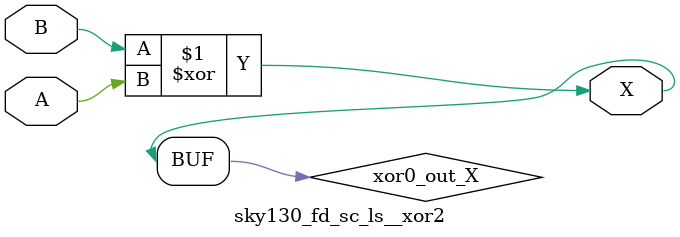
<source format=v>
/*
 * Copyright 2020 The SkyWater PDK Authors
 *
 * Licensed under the Apache License, Version 2.0 (the "License");
 * you may not use this file except in compliance with the License.
 * You may obtain a copy of the License at
 *
 *     https://www.apache.org/licenses/LICENSE-2.0
 *
 * Unless required by applicable law or agreed to in writing, software
 * distributed under the License is distributed on an "AS IS" BASIS,
 * WITHOUT WARRANTIES OR CONDITIONS OF ANY KIND, either express or implied.
 * See the License for the specific language governing permissions and
 * limitations under the License.
 *
 * SPDX-License-Identifier: Apache-2.0
*/


`ifndef SKY130_FD_SC_LS__XOR2_FUNCTIONAL_V
`define SKY130_FD_SC_LS__XOR2_FUNCTIONAL_V

/**
 * xor2: 2-input exclusive OR.
 *
 *       X = A ^ B
 *
 * Verilog simulation functional model.
 */

`timescale 1ns / 1ps
`default_nettype none

`celldefine
module sky130_fd_sc_ls__xor2 (
    X,
    A,
    B
);

    // Module ports
    output X;
    input  A;
    input  B;

    // Local signals
    wire xor0_out_X;

    //  Name  Output      Other arguments
    xor xor0 (xor0_out_X, B, A           );
    buf buf0 (X         , xor0_out_X     );

endmodule
`endcelldefine

`default_nettype wire
`endif  // SKY130_FD_SC_LS__XOR2_FUNCTIONAL_V
</source>
